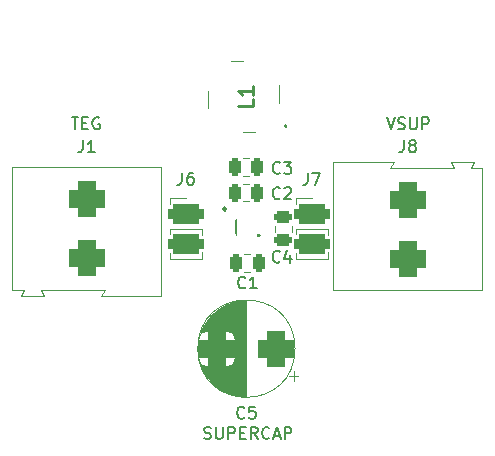
<source format=gto>
%TF.GenerationSoftware,KiCad,Pcbnew,(6.0.2)*%
%TF.CreationDate,2022-04-05T13:44:54-03:00*%
%TF.ProjectId,EM8900,454d3839-3030-42e6-9b69-6361645f7063,rev?*%
%TF.SameCoordinates,PX5f5e100PY8583b00*%
%TF.FileFunction,Legend,Top*%
%TF.FilePolarity,Positive*%
%FSLAX46Y46*%
G04 Gerber Fmt 4.6, Leading zero omitted, Abs format (unit mm)*
G04 Created by KiCad (PCBNEW (6.0.2)) date 2022-04-05 13:44:54*
%MOMM*%
%LPD*%
G01*
G04 APERTURE LIST*
G04 Aperture macros list*
%AMRoundRect*
0 Rectangle with rounded corners*
0 $1 Rounding radius*
0 $2 $3 $4 $5 $6 $7 $8 $9 X,Y pos of 4 corners*
0 Add a 4 corners polygon primitive as box body*
4,1,4,$2,$3,$4,$5,$6,$7,$8,$9,$2,$3,0*
0 Add four circle primitives for the rounded corners*
1,1,$1+$1,$2,$3*
1,1,$1+$1,$4,$5*
1,1,$1+$1,$6,$7*
1,1,$1+$1,$8,$9*
0 Add four rect primitives between the rounded corners*
20,1,$1+$1,$2,$3,$4,$5,0*
20,1,$1+$1,$4,$5,$6,$7,0*
20,1,$1+$1,$6,$7,$8,$9,0*
20,1,$1+$1,$8,$9,$2,$3,0*%
G04 Aperture macros list end*
%ADD10C,0.150000*%
%ADD11C,0.254000*%
%ADD12C,0.120000*%
%ADD13C,0.100000*%
%ADD14C,0.200000*%
%ADD15RoundRect,0.250000X-0.250000X-0.475000X0.250000X-0.475000X0.250000X0.475000X-0.250000X0.475000X0*%
%ADD16RoundRect,0.250000X0.475000X-0.250000X0.475000X0.250000X-0.475000X0.250000X-0.475000X-0.250000X0*%
%ADD17R,0.800000X0.300000*%
%ADD18R,1.800000X2.500000*%
%ADD19RoundRect,0.750000X-0.750000X0.750000X-0.750000X-0.750000X0.750000X-0.750000X0.750000X0.750000X0*%
%ADD20RoundRect,0.425000X-1.075000X-0.425000X1.075000X-0.425000X1.075000X0.425000X-1.075000X0.425000X0*%
%ADD21R,1.400000X2.600000*%
%ADD22R,2.600000X1.400000*%
%ADD23RoundRect,0.750000X0.750000X-0.750000X0.750000X0.750000X-0.750000X0.750000X-0.750000X-0.750000X0*%
%ADD24RoundRect,0.250000X0.250000X0.475000X-0.250000X0.475000X-0.250000X-0.475000X0.250000X-0.475000X0*%
%ADD25RoundRect,0.750000X0.750000X0.750000X-0.750000X0.750000X-0.750000X-0.750000X0.750000X-0.750000X0*%
%ADD26C,5.000000*%
G04 APERTURE END LIST*
D10*
X31821466Y29397220D02*
X32154800Y28397220D01*
X32488133Y29397220D01*
X32773847Y28444839D02*
X32916704Y28397220D01*
X33154800Y28397220D01*
X33250038Y28444839D01*
X33297657Y28492458D01*
X33345276Y28587696D01*
X33345276Y28682934D01*
X33297657Y28778172D01*
X33250038Y28825791D01*
X33154800Y28873410D01*
X32964323Y28921029D01*
X32869085Y28968648D01*
X32821466Y29016267D01*
X32773847Y29111505D01*
X32773847Y29206743D01*
X32821466Y29301981D01*
X32869085Y29349600D01*
X32964323Y29397220D01*
X33202419Y29397220D01*
X33345276Y29349600D01*
X33773847Y29397220D02*
X33773847Y28587696D01*
X33821466Y28492458D01*
X33869085Y28444839D01*
X33964323Y28397220D01*
X34154800Y28397220D01*
X34250038Y28444839D01*
X34297657Y28492458D01*
X34345276Y28587696D01*
X34345276Y29397220D01*
X34821466Y28397220D02*
X34821466Y29397220D01*
X35202419Y29397220D01*
X35297657Y29349600D01*
X35345276Y29301981D01*
X35392895Y29206743D01*
X35392895Y29063886D01*
X35345276Y28968648D01*
X35297657Y28921029D01*
X35202419Y28873410D01*
X34821466Y28873410D01*
X16349923Y2232039D02*
X16492780Y2184420D01*
X16730876Y2184420D01*
X16826114Y2232039D01*
X16873733Y2279658D01*
X16921352Y2374896D01*
X16921352Y2470134D01*
X16873733Y2565372D01*
X16826114Y2612991D01*
X16730876Y2660610D01*
X16540400Y2708229D01*
X16445161Y2755848D01*
X16397542Y2803467D01*
X16349923Y2898705D01*
X16349923Y2993943D01*
X16397542Y3089181D01*
X16445161Y3136800D01*
X16540400Y3184420D01*
X16778495Y3184420D01*
X16921352Y3136800D01*
X17349923Y3184420D02*
X17349923Y2374896D01*
X17397542Y2279658D01*
X17445161Y2232039D01*
X17540400Y2184420D01*
X17730876Y2184420D01*
X17826114Y2232039D01*
X17873733Y2279658D01*
X17921352Y2374896D01*
X17921352Y3184420D01*
X18397542Y2184420D02*
X18397542Y3184420D01*
X18778495Y3184420D01*
X18873733Y3136800D01*
X18921352Y3089181D01*
X18968971Y2993943D01*
X18968971Y2851086D01*
X18921352Y2755848D01*
X18873733Y2708229D01*
X18778495Y2660610D01*
X18397542Y2660610D01*
X19397542Y2708229D02*
X19730876Y2708229D01*
X19873733Y2184420D02*
X19397542Y2184420D01*
X19397542Y3184420D01*
X19873733Y3184420D01*
X20873733Y2184420D02*
X20540399Y2660610D01*
X20302304Y2184420D02*
X20302304Y3184420D01*
X20683257Y3184420D01*
X20778495Y3136800D01*
X20826114Y3089181D01*
X20873733Y2993943D01*
X20873733Y2851086D01*
X20826114Y2755848D01*
X20778495Y2708229D01*
X20683257Y2660610D01*
X20302304Y2660610D01*
X21873733Y2279658D02*
X21826114Y2232039D01*
X21683257Y2184420D01*
X21588019Y2184420D01*
X21445161Y2232039D01*
X21349923Y2327277D01*
X21302304Y2422515D01*
X21254685Y2612991D01*
X21254685Y2755848D01*
X21302304Y2946324D01*
X21349923Y3041562D01*
X21445161Y3136800D01*
X21588019Y3184420D01*
X21683257Y3184420D01*
X21826114Y3136800D01*
X21873733Y3089181D01*
X22254685Y2470134D02*
X22730876Y2470134D01*
X22159447Y2184420D02*
X22492780Y3184420D01*
X22826114Y2184420D01*
X23159447Y2184420D02*
X23159447Y3184420D01*
X23540400Y3184420D01*
X23635638Y3136800D01*
X23683257Y3089181D01*
X23730876Y2993943D01*
X23730876Y2851086D01*
X23683257Y2755848D01*
X23635638Y2708229D01*
X23540400Y2660610D01*
X23159447Y2660610D01*
X5137104Y29397220D02*
X5708533Y29397220D01*
X5422819Y28397220D02*
X5422819Y29397220D01*
X6041866Y28921029D02*
X6375200Y28921029D01*
X6518057Y28397220D02*
X6041866Y28397220D01*
X6041866Y29397220D01*
X6518057Y29397220D01*
X7470438Y29349600D02*
X7375200Y29397220D01*
X7232342Y29397220D01*
X7089485Y29349600D01*
X6994247Y29254362D01*
X6946628Y29159124D01*
X6899009Y28968648D01*
X6899009Y28825791D01*
X6946628Y28635315D01*
X6994247Y28540077D01*
X7089485Y28444839D01*
X7232342Y28397220D01*
X7327580Y28397220D01*
X7470438Y28444839D01*
X7518057Y28492458D01*
X7518057Y28825791D01*
X7327580Y28825791D01*
X22769333Y22577858D02*
X22721714Y22530239D01*
X22578857Y22482620D01*
X22483619Y22482620D01*
X22340761Y22530239D01*
X22245523Y22625477D01*
X22197904Y22720715D01*
X22150285Y22911191D01*
X22150285Y23054048D01*
X22197904Y23244524D01*
X22245523Y23339762D01*
X22340761Y23435000D01*
X22483619Y23482620D01*
X22578857Y23482620D01*
X22721714Y23435000D01*
X22769333Y23387381D01*
X23150285Y23387381D02*
X23197904Y23435000D01*
X23293142Y23482620D01*
X23531238Y23482620D01*
X23626476Y23435000D01*
X23674095Y23387381D01*
X23721714Y23292143D01*
X23721714Y23196905D01*
X23674095Y23054048D01*
X23102666Y22482620D01*
X23721714Y22482620D01*
X22769333Y24736858D02*
X22721714Y24689239D01*
X22578857Y24641620D01*
X22483619Y24641620D01*
X22340761Y24689239D01*
X22245523Y24784477D01*
X22197904Y24879715D01*
X22150285Y25070191D01*
X22150285Y25213048D01*
X22197904Y25403524D01*
X22245523Y25498762D01*
X22340761Y25594000D01*
X22483619Y25641620D01*
X22578857Y25641620D01*
X22721714Y25594000D01*
X22769333Y25546381D01*
X23102666Y25641620D02*
X23721714Y25641620D01*
X23388380Y25260667D01*
X23531238Y25260667D01*
X23626476Y25213048D01*
X23674095Y25165429D01*
X23721714Y25070191D01*
X23721714Y24832096D01*
X23674095Y24736858D01*
X23626476Y24689239D01*
X23531238Y24641620D01*
X23245523Y24641620D01*
X23150285Y24689239D01*
X23102666Y24736858D01*
X22769333Y17214858D02*
X22721714Y17167239D01*
X22578857Y17119620D01*
X22483619Y17119620D01*
X22340761Y17167239D01*
X22245523Y17262477D01*
X22197904Y17357715D01*
X22150285Y17548191D01*
X22150285Y17691048D01*
X22197904Y17881524D01*
X22245523Y17976762D01*
X22340761Y18072000D01*
X22483619Y18119620D01*
X22578857Y18119620D01*
X22721714Y18072000D01*
X22769333Y18024381D01*
X23626476Y17786286D02*
X23626476Y17119620D01*
X23388380Y18167239D02*
X23150285Y17452953D01*
X23769333Y17452953D01*
D11*
X19032380Y20695477D02*
X19032380Y19667381D01*
X19092857Y19546429D01*
X19153333Y19485953D01*
X19274285Y19425477D01*
X19516190Y19425477D01*
X19637142Y19485953D01*
X19697619Y19546429D01*
X19758095Y19667381D01*
X19758095Y20695477D01*
X21028095Y19425477D02*
X20302380Y19425477D01*
X20665238Y19425477D02*
X20665238Y20695477D01*
X20544285Y20514048D01*
X20423333Y20393096D01*
X20302380Y20332620D01*
D10*
X6092666Y27466820D02*
X6092666Y26752534D01*
X6045047Y26609677D01*
X5949809Y26514439D01*
X5806952Y26466820D01*
X5711714Y26466820D01*
X7092666Y26466820D02*
X6521238Y26466820D01*
X6806952Y26466820D02*
X6806952Y27466820D01*
X6711714Y27323962D01*
X6616476Y27228724D01*
X6521238Y27181105D01*
X14474666Y24723620D02*
X14474666Y24009334D01*
X14427047Y23866477D01*
X14331809Y23771239D01*
X14188952Y23723620D01*
X14093714Y23723620D01*
X15379428Y24723620D02*
X15188952Y24723620D01*
X15093714Y24676000D01*
X15046095Y24628381D01*
X14950857Y24485524D01*
X14903238Y24295048D01*
X14903238Y23914096D01*
X14950857Y23818858D01*
X14998476Y23771239D01*
X15093714Y23723620D01*
X15284190Y23723620D01*
X15379428Y23771239D01*
X15427047Y23818858D01*
X15474666Y23914096D01*
X15474666Y24152191D01*
X15427047Y24247429D01*
X15379428Y24295048D01*
X15284190Y24342667D01*
X15093714Y24342667D01*
X14998476Y24295048D01*
X14950857Y24247429D01*
X14903238Y24152191D01*
X25142666Y24723620D02*
X25142666Y24009334D01*
X25095047Y23866477D01*
X24999809Y23771239D01*
X24856952Y23723620D01*
X24761714Y23723620D01*
X25523619Y24723620D02*
X26190285Y24723620D01*
X25761714Y23723620D01*
D11*
X20474523Y30949334D02*
X20474523Y30344572D01*
X19204523Y30344572D01*
X20474523Y32037905D02*
X20474523Y31312191D01*
X20474523Y31675048D02*
X19204523Y31675048D01*
X19385952Y31554096D01*
X19506904Y31433143D01*
X19567380Y31312191D01*
D10*
X33270666Y27466820D02*
X33270666Y26752534D01*
X33223047Y26609677D01*
X33127809Y26514439D01*
X32984952Y26466820D01*
X32889714Y26466820D01*
X33889714Y27038248D02*
X33794476Y27085867D01*
X33746857Y27133486D01*
X33699238Y27228724D01*
X33699238Y27276343D01*
X33746857Y27371581D01*
X33794476Y27419200D01*
X33889714Y27466820D01*
X34080190Y27466820D01*
X34175428Y27419200D01*
X34223047Y27371581D01*
X34270666Y27276343D01*
X34270666Y27228724D01*
X34223047Y27133486D01*
X34175428Y27085867D01*
X34080190Y27038248D01*
X33889714Y27038248D01*
X33794476Y26990629D01*
X33746857Y26943010D01*
X33699238Y26847772D01*
X33699238Y26657296D01*
X33746857Y26562058D01*
X33794476Y26514439D01*
X33889714Y26466820D01*
X34080190Y26466820D01*
X34175428Y26514439D01*
X34223047Y26562058D01*
X34270666Y26657296D01*
X34270666Y26847772D01*
X34223047Y26943010D01*
X34175428Y26990629D01*
X34080190Y27038248D01*
X19848333Y15026858D02*
X19800714Y14979239D01*
X19657857Y14931620D01*
X19562619Y14931620D01*
X19419761Y14979239D01*
X19324523Y15074477D01*
X19276904Y15169715D01*
X19229285Y15360191D01*
X19229285Y15503048D01*
X19276904Y15693524D01*
X19324523Y15788762D01*
X19419761Y15884000D01*
X19562619Y15931620D01*
X19657857Y15931620D01*
X19800714Y15884000D01*
X19848333Y15836381D01*
X20800714Y14931620D02*
X20229285Y14931620D01*
X20515000Y14931620D02*
X20515000Y15931620D01*
X20419761Y15788762D01*
X20324523Y15693524D01*
X20229285Y15645905D01*
X19761333Y4006858D02*
X19713714Y3959239D01*
X19570857Y3911620D01*
X19475619Y3911620D01*
X19332761Y3959239D01*
X19237523Y4054477D01*
X19189904Y4149715D01*
X19142285Y4340191D01*
X19142285Y4483048D01*
X19189904Y4673524D01*
X19237523Y4768762D01*
X19332761Y4864000D01*
X19475619Y4911620D01*
X19570857Y4911620D01*
X19713714Y4864000D01*
X19761333Y4816381D01*
X20666095Y4911620D02*
X20189904Y4911620D01*
X20142285Y4435429D01*
X20189904Y4483048D01*
X20285142Y4530667D01*
X20523238Y4530667D01*
X20618476Y4483048D01*
X20666095Y4435429D01*
X20713714Y4340191D01*
X20713714Y4102096D01*
X20666095Y4006858D01*
X20618476Y3959239D01*
X20523238Y3911620D01*
X20285142Y3911620D01*
X20189904Y3959239D01*
X20142285Y4006858D01*
D12*
X19626748Y23768000D02*
X20149252Y23768000D01*
X19626748Y22298000D02*
X20149252Y22298000D01*
X19626748Y24457000D02*
X20149252Y24457000D01*
X19626748Y25927000D02*
X20149252Y25927000D01*
X22328000Y19723748D02*
X22328000Y20246252D01*
X23798000Y19723748D02*
X23798000Y20246252D01*
D11*
X18225000Y21650000D02*
G75*
G03*
X18225000Y21650000I-125000J0D01*
G01*
D12*
X126000Y25175000D02*
X126000Y14825000D01*
X1076000Y14825000D02*
X826000Y14325000D01*
X7926000Y14825000D02*
X7626000Y14325000D01*
X2726000Y14325000D02*
X2776000Y14325000D01*
X12726000Y14325000D02*
X12726000Y25175000D01*
X826000Y14325000D02*
X2726000Y14325000D01*
X2526000Y14825000D02*
X7926000Y14825000D01*
X126000Y14825000D02*
X1076000Y14825000D01*
X2776000Y14325000D02*
X2526000Y14825000D01*
X12726000Y25175000D02*
X126000Y25175000D01*
X7626000Y14325000D02*
X12726000Y14325000D01*
X13478000Y17385000D02*
X16138000Y17385000D01*
X16138000Y19985000D02*
X16138000Y17385000D01*
X13478000Y19985000D02*
X16138000Y19985000D01*
X13478000Y21255000D02*
X13478000Y22585000D01*
X13478000Y19985000D02*
X13478000Y17385000D01*
X13478000Y22585000D02*
X14808000Y22585000D01*
X24146000Y22585000D02*
X25476000Y22585000D01*
X24146000Y17385000D02*
X26806000Y17385000D01*
X24146000Y21255000D02*
X24146000Y22585000D01*
X24146000Y19985000D02*
X26806000Y19985000D01*
X26806000Y19985000D02*
X26806000Y17385000D01*
X24146000Y19985000D02*
X24146000Y17385000D01*
D13*
X16650000Y30161000D02*
X16650000Y31661000D01*
X19650000Y34161000D02*
X18650000Y34161000D01*
D14*
X23250000Y28561000D02*
X23250000Y28561000D01*
D13*
X22650000Y30661000D02*
X22650000Y32161000D01*
D14*
X23250000Y28761000D02*
X23250000Y28761000D01*
D13*
X20650000Y28161000D02*
X19650000Y28161000D01*
D14*
X23250000Y28561000D02*
G75*
G03*
X23250000Y28761000I0J100000D01*
G01*
X23250000Y28761000D02*
G75*
G03*
X23250000Y28561000I0J-100000D01*
G01*
D12*
X39904000Y25145000D02*
X38954000Y25145000D01*
X37504000Y25145000D02*
X32104000Y25145000D01*
X39204000Y25645000D02*
X37304000Y25645000D01*
X38954000Y25145000D02*
X39204000Y25645000D01*
X37254000Y25645000D02*
X37504000Y25145000D01*
X37304000Y25645000D02*
X37254000Y25645000D01*
X39904000Y14795000D02*
X39904000Y25145000D01*
X32404000Y25645000D02*
X27304000Y25645000D01*
X27304000Y25645000D02*
X27304000Y14795000D01*
X27304000Y14795000D02*
X39904000Y14795000D01*
X32104000Y25145000D02*
X32404000Y25645000D01*
X20276252Y16329000D02*
X19753748Y16329000D01*
X20276252Y17799000D02*
X19753748Y17799000D01*
X19288000Y5795000D02*
X19288000Y13855000D01*
X16287000Y7935000D02*
X16287000Y11715000D01*
X17927000Y6263000D02*
X17927000Y8785000D01*
X16367000Y7791000D02*
X16367000Y11859000D01*
X19648000Y5754000D02*
X19648000Y13896000D01*
X17767000Y10865000D02*
X17767000Y13294000D01*
X17647000Y10865000D02*
X17647000Y13217000D01*
X19047000Y5840000D02*
X19047000Y13810000D01*
X16687000Y10865000D02*
X16687000Y12330000D01*
X17847000Y6308000D02*
X17847000Y8785000D01*
X16727000Y10865000D02*
X16727000Y12381000D01*
X17327000Y10865000D02*
X17327000Y12981000D01*
X18287000Y10865000D02*
X18287000Y13565000D01*
X17847000Y10865000D02*
X17847000Y13342000D01*
X17127000Y6842000D02*
X17127000Y8785000D01*
X18767000Y5911000D02*
X18767000Y13739000D01*
X19408000Y5777000D02*
X19408000Y13873000D01*
X16447000Y10865000D02*
X16447000Y11991000D01*
X18447000Y6020000D02*
X18447000Y8785000D01*
X18247000Y6103000D02*
X18247000Y8785000D01*
X17527000Y6516000D02*
X17527000Y8785000D01*
X16967000Y10865000D02*
X16967000Y12651000D01*
X18247000Y10865000D02*
X18247000Y13547000D01*
X24337698Y7510000D02*
X23537698Y7510000D01*
X17927000Y10865000D02*
X17927000Y13387000D01*
X16087000Y8372000D02*
X16087000Y11278000D01*
X18087000Y6178000D02*
X18087000Y8785000D01*
X16887000Y10865000D02*
X16887000Y12566000D01*
X16647000Y7371000D02*
X16647000Y8785000D01*
X16807000Y10865000D02*
X16807000Y12476000D01*
X17807000Y6332000D02*
X17807000Y8785000D01*
X18407000Y6035000D02*
X18407000Y8785000D01*
X16447000Y7659000D02*
X16447000Y8785000D01*
X16487000Y7597000D02*
X16487000Y8785000D01*
X17607000Y10865000D02*
X17607000Y13190000D01*
X17207000Y6770000D02*
X17207000Y8785000D01*
X18007000Y6219000D02*
X18007000Y8785000D01*
X16727000Y7269000D02*
X16727000Y8785000D01*
X17487000Y10865000D02*
X17487000Y13105000D01*
X16807000Y7174000D02*
X16807000Y8785000D01*
X17487000Y6545000D02*
X17487000Y8785000D01*
X16407000Y7723000D02*
X16407000Y8785000D01*
X17767000Y6356000D02*
X17767000Y8785000D01*
X19608000Y5757000D02*
X19608000Y13893000D01*
X19328000Y5788000D02*
X19328000Y13862000D01*
X19688000Y5751000D02*
X19688000Y13899000D01*
X18447000Y10865000D02*
X18447000Y13630000D01*
X16207000Y8094000D02*
X16207000Y11556000D01*
X18127000Y6159000D02*
X18127000Y8785000D01*
X17247000Y10865000D02*
X17247000Y12915000D01*
X18367000Y10865000D02*
X18367000Y13599000D01*
X18127000Y10865000D02*
X18127000Y13491000D01*
X16767000Y7221000D02*
X16767000Y8785000D01*
X15967000Y8727000D02*
X15967000Y10923000D01*
X19528000Y5764000D02*
X19528000Y13886000D01*
X17687000Y6407000D02*
X17687000Y8785000D01*
X17527000Y10865000D02*
X17527000Y13134000D01*
X17407000Y10865000D02*
X17407000Y13045000D01*
X18887000Y5878000D02*
X18887000Y13772000D01*
X18007000Y10865000D02*
X18007000Y13431000D01*
X17727000Y10865000D02*
X17727000Y13269000D01*
X17287000Y10865000D02*
X17287000Y12949000D01*
X18407000Y10865000D02*
X18407000Y13615000D01*
X18087000Y10865000D02*
X18087000Y13472000D01*
X19888000Y5745000D02*
X19888000Y13905000D01*
X23937698Y7110000D02*
X23937698Y7910000D01*
X18327000Y10865000D02*
X18327000Y13582000D01*
X16847000Y10865000D02*
X16847000Y12522000D01*
X19808000Y5746000D02*
X19808000Y13904000D01*
X16007000Y8596000D02*
X16007000Y11054000D01*
X19127000Y5823000D02*
X19127000Y13827000D01*
X19728000Y5749000D02*
X19728000Y13901000D01*
X18807000Y5900000D02*
X18807000Y13750000D01*
X18647000Y5948000D02*
X18647000Y13702000D01*
X16967000Y6999000D02*
X16967000Y8785000D01*
X16247000Y8012000D02*
X16247000Y11638000D01*
X18167000Y6139000D02*
X18167000Y8785000D01*
X19207000Y5808000D02*
X19207000Y13842000D01*
X16927000Y7041000D02*
X16927000Y8785000D01*
X17367000Y6636000D02*
X17367000Y8785000D01*
X17327000Y6669000D02*
X17327000Y8785000D01*
X17447000Y10865000D02*
X17447000Y13075000D01*
X17127000Y10865000D02*
X17127000Y12808000D01*
X15887000Y9057000D02*
X15887000Y10593000D01*
X17087000Y10865000D02*
X17087000Y12770000D01*
X17807000Y10865000D02*
X17807000Y13318000D01*
X18167000Y10865000D02*
X18167000Y13511000D01*
X19448000Y5773000D02*
X19448000Y13877000D01*
X17607000Y6460000D02*
X17607000Y8785000D01*
X16167000Y8180000D02*
X16167000Y11470000D01*
X19167000Y5815000D02*
X19167000Y13835000D01*
X16487000Y10865000D02*
X16487000Y12053000D01*
X16847000Y7128000D02*
X16847000Y8785000D01*
X17967000Y6241000D02*
X17967000Y8785000D01*
X19928000Y5745000D02*
X19928000Y13905000D01*
X16887000Y7084000D02*
X16887000Y8785000D01*
X16327000Y7861000D02*
X16327000Y11789000D01*
X19007000Y5849000D02*
X19007000Y13801000D01*
X17407000Y6605000D02*
X17407000Y8785000D01*
X17727000Y6381000D02*
X17727000Y8785000D01*
X17167000Y6806000D02*
X17167000Y8785000D01*
X18207000Y10865000D02*
X18207000Y13529000D01*
X17647000Y6433000D02*
X17647000Y8785000D01*
X18527000Y5990000D02*
X18527000Y13660000D01*
X15847000Y9292000D02*
X15847000Y10358000D01*
X19368000Y5783000D02*
X19368000Y13867000D01*
X16127000Y8273000D02*
X16127000Y11377000D01*
X17007000Y6958000D02*
X17007000Y8785000D01*
X17367000Y10865000D02*
X17367000Y13014000D01*
X17007000Y10865000D02*
X17007000Y12692000D01*
X17887000Y6285000D02*
X17887000Y8785000D01*
X19087000Y5831000D02*
X19087000Y13819000D01*
X16687000Y7320000D02*
X16687000Y8785000D01*
X18967000Y5858000D02*
X18967000Y13792000D01*
X18047000Y6198000D02*
X18047000Y8785000D01*
X18847000Y5889000D02*
X18847000Y13761000D01*
X18327000Y6068000D02*
X18327000Y8785000D01*
X16527000Y10865000D02*
X16527000Y12112000D01*
X16527000Y7538000D02*
X16527000Y8785000D01*
X17207000Y10865000D02*
X17207000Y12880000D01*
X16047000Y8479000D02*
X16047000Y11171000D01*
X19488000Y5768000D02*
X19488000Y13882000D01*
X17247000Y6735000D02*
X17247000Y8785000D01*
X18207000Y6121000D02*
X18207000Y8785000D01*
X17287000Y6701000D02*
X17287000Y8785000D01*
X16567000Y7480000D02*
X16567000Y8785000D01*
X17687000Y10865000D02*
X17687000Y13243000D01*
X19248000Y5801000D02*
X19248000Y13849000D01*
X16407000Y10865000D02*
X16407000Y11927000D01*
X18367000Y6051000D02*
X18367000Y8785000D01*
X18567000Y5975000D02*
X18567000Y13675000D01*
X18047000Y10865000D02*
X18047000Y13452000D01*
X16607000Y7425000D02*
X16607000Y8785000D01*
X17567000Y6487000D02*
X17567000Y8785000D01*
X16647000Y10865000D02*
X16647000Y12279000D01*
X19848000Y5745000D02*
X19848000Y13905000D01*
X16607000Y10865000D02*
X16607000Y12225000D01*
X16927000Y10865000D02*
X16927000Y12609000D01*
X17047000Y10865000D02*
X17047000Y12732000D01*
X18727000Y5923000D02*
X18727000Y13727000D01*
X19768000Y5748000D02*
X19768000Y13902000D01*
X17047000Y6918000D02*
X17047000Y8785000D01*
X17167000Y10865000D02*
X17167000Y12844000D01*
X18287000Y6085000D02*
X18287000Y8785000D01*
X17967000Y10865000D02*
X17967000Y13409000D01*
X18687000Y5936000D02*
X18687000Y13714000D01*
X17087000Y6880000D02*
X17087000Y8785000D01*
X18607000Y5962000D02*
X18607000Y13688000D01*
X16567000Y10865000D02*
X16567000Y12170000D01*
X19568000Y5760000D02*
X19568000Y13890000D01*
X15927000Y8877000D02*
X15927000Y10773000D01*
X17567000Y10865000D02*
X17567000Y13163000D01*
X18487000Y6004000D02*
X18487000Y13646000D01*
X18927000Y5868000D02*
X18927000Y13782000D01*
X17887000Y10865000D02*
X17887000Y13365000D01*
X17447000Y6575000D02*
X17447000Y8785000D01*
X16767000Y10865000D02*
X16767000Y12429000D01*
X24048000Y9825000D02*
G75*
G03*
X24048000Y9825000I-4120000J0D01*
G01*
X1718000Y1718000D02*
X4378000Y1718000D01*
X4378000Y1778000D02*
X4378000Y1718000D01*
X1718000Y1778000D02*
X4378000Y1778000D01*
X1718000Y4378000D02*
X3048000Y4378000D01*
X1718000Y1778000D02*
X1718000Y1718000D01*
X1718000Y3048000D02*
X1718000Y4378000D01*
X35754000Y35814000D02*
X35754000Y35754000D01*
X35754000Y37084000D02*
X35754000Y38414000D01*
X38414000Y35814000D02*
X38414000Y35754000D01*
X35754000Y35754000D02*
X38414000Y35754000D01*
X35754000Y35814000D02*
X38414000Y35814000D01*
X35754000Y38414000D02*
X37084000Y38414000D01*
X1718000Y38414000D02*
X3048000Y38414000D01*
X4378000Y35814000D02*
X4378000Y35754000D01*
X1718000Y35754000D02*
X4378000Y35754000D01*
X1718000Y35814000D02*
X1718000Y35754000D01*
X1718000Y35814000D02*
X4378000Y35814000D01*
X1718000Y37084000D02*
X1718000Y38414000D01*
X35754000Y3048000D02*
X35754000Y4378000D01*
X35754000Y1778000D02*
X35754000Y1718000D01*
X38414000Y1778000D02*
X38414000Y1718000D01*
X35754000Y1718000D02*
X38414000Y1718000D01*
X35754000Y1778000D02*
X38414000Y1778000D01*
X35754000Y4378000D02*
X37084000Y4378000D01*
%LPC*%
D15*
X18938000Y23033000D03*
X20838000Y23033000D03*
X18938000Y25192000D03*
X20838000Y25192000D03*
D16*
X23063000Y19035000D03*
X23063000Y20935000D03*
D17*
X18500000Y21000000D03*
X18500000Y20500000D03*
X18500000Y20000000D03*
X18500000Y19500000D03*
X18500000Y19000000D03*
X21500000Y19000000D03*
X21500000Y19500000D03*
X21500000Y20000000D03*
X21500000Y20500000D03*
X21500000Y21000000D03*
D18*
X20000000Y20000000D03*
D19*
X6426000Y22525000D03*
X6426000Y17525000D03*
D20*
X14808000Y21255000D03*
X14808000Y18715000D03*
X25476000Y21255000D03*
X25476000Y18715000D03*
D21*
X22150000Y28621000D03*
D22*
X21550000Y33701000D03*
D21*
X17150000Y33701000D03*
D22*
X17750000Y28621000D03*
D23*
X33604000Y17445000D03*
X33604000Y22445000D03*
D24*
X20965000Y17064000D03*
X19065000Y17064000D03*
D25*
X22428000Y9825000D03*
X17428000Y9825000D03*
D26*
X3048000Y3048000D03*
X37084000Y37084000D03*
X3048000Y37084000D03*
X37084000Y3048000D03*
M02*

</source>
